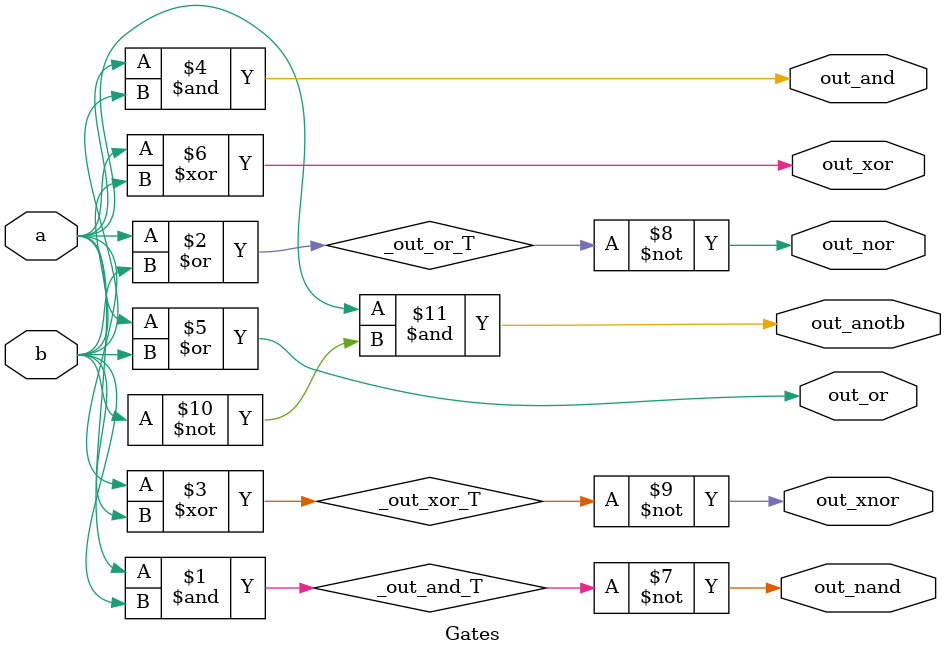
<source format=v>
module Gates(
  input   a,
  input   b,
  output  out_and,
  output  out_or,
  output  out_xor,
  output  out_nand,
  output  out_nor,
  output  out_xnor,
  output  out_anotb
);
  wire  _out_and_T = a & b; // @[Gates.scala 15:16]
  wire  _out_or_T = a | b; // @[Gates.scala 16:15]
  wire  _out_xor_T = a ^ b; // @[Gates.scala 17:16]
  assign out_and = a & b; // @[Gates.scala 15:16]
  assign out_or = a | b; // @[Gates.scala 16:15]
  assign out_xor = a ^ b; // @[Gates.scala 17:16]
  assign out_nand = ~_out_and_T; // @[Gates.scala 18:15]
  assign out_nor = ~_out_or_T; // @[Gates.scala 19:14]
  assign out_xnor = ~_out_xor_T; // @[Gates.scala 20:15]
  assign out_anotb = a & ~b; // @[Gates.scala 21:18]
endmodule

</source>
